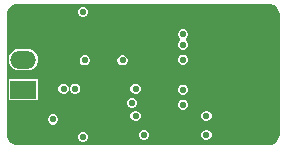
<source format=gbr>
%TF.GenerationSoftware,Altium Limited,Altium Designer,23.5.1 (21)*%
G04 Layer_Physical_Order=2*
G04 Layer_Color=11511158*
%FSLAX45Y45*%
%MOMM*%
%TF.SameCoordinates,DD9E7470-14DF-4C20-BCD2-90D554482088*%
%TF.FilePolarity,Positive*%
%TF.FileFunction,Copper,L2,Inr,Signal*%
%TF.Part,Single*%
G01*
G75*
%TA.AperFunction,ComponentPad*%
%ADD27R,2.20000X1.50000*%
%ADD28O,2.20000X1.50000*%
%TA.AperFunction,ViaPad*%
%ADD29C,0.56000*%
G36*
X1460169Y596157D02*
X1478367Y588619D01*
X1494746Y577675D01*
X1508675Y563746D01*
X1519618Y547368D01*
X1527157Y529169D01*
X1531000Y509849D01*
Y500000D01*
Y-500000D01*
Y-509849D01*
X1527157Y-529169D01*
X1519618Y-547368D01*
X1508675Y-563746D01*
X1494746Y-577675D01*
X1478367Y-588619D01*
X1460169Y-596157D01*
X1440849Y-600000D01*
X-689849D01*
X-709169Y-596157D01*
X-727368Y-588619D01*
X-743746Y-577675D01*
X-757675Y-563746D01*
X-768619Y-547368D01*
X-776157Y-529169D01*
X-780000Y-509849D01*
Y-500000D01*
Y500000D01*
X-780000Y509849D01*
X-776157Y529169D01*
X-768619Y547368D01*
X-757675Y563746D01*
X-743747Y577675D01*
X-727368Y588619D01*
X-709169Y596157D01*
X-689850Y600000D01*
X1440849D01*
X1460169Y596157D01*
D02*
G37*
%LPC*%
G36*
X-124935Y573019D02*
X-142041D01*
X-157846Y566472D01*
X-169941Y554376D01*
X-176488Y538572D01*
Y521466D01*
X-169941Y505661D01*
X-157846Y493565D01*
X-142041Y487019D01*
X-124935D01*
X-109130Y493565D01*
X-97034Y505661D01*
X-90488Y521466D01*
Y538572D01*
X-97034Y554376D01*
X-109130Y566472D01*
X-124935Y573019D01*
D02*
G37*
G36*
X718553Y383000D02*
X701447D01*
X685643Y376454D01*
X673547Y364358D01*
X667000Y348553D01*
Y331447D01*
X673547Y315642D01*
X685642Y303547D01*
X685643Y290453D01*
X673547Y278358D01*
X667000Y262553D01*
Y245447D01*
X673547Y229642D01*
X685643Y217546D01*
X701447Y211000D01*
X718554D01*
X734358Y217546D01*
X746454Y229642D01*
X753000Y245447D01*
Y262553D01*
X746454Y278358D01*
X734358Y290453D01*
X734358Y303547D01*
X746454Y315642D01*
X753000Y331447D01*
Y348553D01*
X746454Y364358D01*
X734358Y376454D01*
X718553Y383000D01*
D02*
G37*
G36*
Y170000D02*
X701447D01*
X685643Y163454D01*
X673547Y151358D01*
X667000Y135553D01*
Y118447D01*
X673547Y102642D01*
X685643Y90546D01*
X701447Y84000D01*
X718553D01*
X734358Y90546D01*
X746454Y102642D01*
X753000Y118447D01*
Y135553D01*
X746454Y151358D01*
X734358Y163454D01*
X718553Y170000D01*
D02*
G37*
G36*
X-111447Y163000D02*
X-128553D01*
X-144358Y156454D01*
X-156454Y144358D01*
X-163000Y128553D01*
Y111447D01*
X-156454Y95642D01*
X-144358Y83546D01*
X-128553Y77000D01*
X-111447D01*
X-95642Y83546D01*
X-83546Y95642D01*
X-77000Y111447D01*
Y128553D01*
X-83546Y144358D01*
X-95642Y156454D01*
X-111447Y163000D01*
D02*
G37*
G36*
X208535Y162988D02*
X191428D01*
X175624Y156441D01*
X163528Y144345D01*
X156981Y128541D01*
Y111435D01*
X163528Y95630D01*
X175624Y83534D01*
X191428Y76988D01*
X208535D01*
X224339Y83534D01*
X236435Y95630D01*
X242981Y111435D01*
Y128541D01*
X236435Y144345D01*
X224339Y156441D01*
X208535Y162988D01*
D02*
G37*
G36*
X-605000Y217776D02*
X-675000D01*
X-698495Y214683D01*
X-720388Y205615D01*
X-739189Y191189D01*
X-753615Y172388D01*
X-762683Y150495D01*
X-765776Y127000D01*
X-762683Y103505D01*
X-753615Y81612D01*
X-739189Y62811D01*
X-720388Y48385D01*
X-698495Y39317D01*
X-675000Y36224D01*
X-605000D01*
X-581505Y39317D01*
X-559612Y48385D01*
X-540811Y62811D01*
X-526385Y81612D01*
X-517317Y103505D01*
X-514224Y127000D01*
X-517317Y150495D01*
X-526385Y172388D01*
X-540811Y191189D01*
X-559612Y205615D01*
X-581505Y214683D01*
X-605000Y217776D01*
D02*
G37*
G36*
X-291437Y-76990D02*
X-308544D01*
X-324348Y-83537D01*
X-336444Y-95633D01*
X-342990Y-111437D01*
Y-128544D01*
X-336444Y-144348D01*
X-324348Y-156444D01*
X-308544Y-162990D01*
X-291437D01*
X-275633Y-156444D01*
X-263537Y-144348D01*
X-256991Y-128544D01*
Y-111437D01*
X-263537Y-95633D01*
X-275633Y-83537D01*
X-291437Y-76990D01*
D02*
G37*
G36*
X318553Y-77000D02*
X301447D01*
X285642Y-83546D01*
X273546Y-95642D01*
X267000Y-111447D01*
Y-128553D01*
X273546Y-144357D01*
X285642Y-156453D01*
X301447Y-163000D01*
X318553D01*
X334357Y-156453D01*
X346453Y-144357D01*
X353000Y-128553D01*
Y-111447D01*
X346453Y-95642D01*
X334357Y-83546D01*
X318553Y-77000D01*
D02*
G37*
G36*
X-191447Y-77000D02*
X-208553D01*
X-224357Y-83546D01*
X-236453Y-95642D01*
X-243000Y-111447D01*
Y-128553D01*
X-236453Y-144358D01*
X-224357Y-156454D01*
X-208553Y-163000D01*
X-191447D01*
X-175642Y-156454D01*
X-163546Y-144358D01*
X-157000Y-128553D01*
Y-111447D01*
X-163546Y-95642D01*
X-175642Y-83546D01*
X-191447Y-77000D01*
D02*
G37*
G36*
X718553Y-84000D02*
X701446D01*
X685642Y-90546D01*
X673546Y-102642D01*
X667000Y-118447D01*
Y-135553D01*
X673546Y-151358D01*
X685642Y-163454D01*
X701446Y-170000D01*
X718553D01*
X734357Y-163454D01*
X746453Y-151358D01*
X753000Y-135553D01*
Y-118447D01*
X746453Y-102642D01*
X734357Y-90546D01*
X718553Y-84000D01*
D02*
G37*
G36*
X-515000Y-37000D02*
X-765000D01*
Y-217000D01*
X-515000D01*
Y-37000D01*
D02*
G37*
G36*
X288553Y-197000D02*
X271447D01*
X255642Y-203546D01*
X243546Y-215642D01*
X237000Y-231447D01*
Y-248553D01*
X243546Y-264358D01*
X255642Y-276454D01*
X271447Y-283000D01*
X288553D01*
X304358Y-276454D01*
X316454Y-264358D01*
X323000Y-248553D01*
Y-231447D01*
X316454Y-215642D01*
X304358Y-203546D01*
X288553Y-197000D01*
D02*
G37*
G36*
X718553Y-211000D02*
X701446D01*
X685642Y-217546D01*
X673546Y-229642D01*
X666999Y-245447D01*
Y-262553D01*
X673546Y-278358D01*
X685642Y-290454D01*
X701446Y-297000D01*
X718553D01*
X734357Y-290454D01*
X746453Y-278358D01*
X752999Y-262553D01*
Y-245447D01*
X746453Y-229642D01*
X734357Y-217546D01*
X718553Y-211000D01*
D02*
G37*
G36*
X918544Y-306990D02*
X901438D01*
X885633Y-313537D01*
X873537Y-325633D01*
X866991Y-341437D01*
Y-358544D01*
X873537Y-374348D01*
X885633Y-386444D01*
X901438Y-392990D01*
X918544D01*
X934348Y-386444D01*
X946444Y-374348D01*
X952991Y-358544D01*
Y-341437D01*
X946444Y-325633D01*
X934348Y-313537D01*
X918544Y-306990D01*
D02*
G37*
G36*
X318553Y-307000D02*
X301447D01*
X285642Y-313546D01*
X273546Y-325642D01*
X267000Y-341447D01*
Y-358553D01*
X273546Y-374358D01*
X285642Y-386454D01*
X301447Y-393000D01*
X318553D01*
X334357Y-386454D01*
X346453Y-374358D01*
X353000Y-358553D01*
Y-341447D01*
X346453Y-325642D01*
X334357Y-313546D01*
X318553Y-307000D01*
D02*
G37*
G36*
X-381456Y-336990D02*
X-398563D01*
X-414367Y-343537D01*
X-426463Y-355633D01*
X-433009Y-371437D01*
Y-388544D01*
X-426463Y-404348D01*
X-414367Y-416444D01*
X-398563Y-422990D01*
X-381456D01*
X-365652Y-416444D01*
X-353556Y-404348D01*
X-347009Y-388544D01*
Y-371437D01*
X-353556Y-355633D01*
X-365652Y-343537D01*
X-381456Y-336990D01*
D02*
G37*
G36*
X918544Y-466991D02*
X901438D01*
X885633Y-473537D01*
X873537Y-485633D01*
X866991Y-501437D01*
Y-518544D01*
X873537Y-534348D01*
X885633Y-546444D01*
X901438Y-552991D01*
X918544D01*
X934348Y-546444D01*
X946444Y-534348D01*
X952991Y-518544D01*
Y-501437D01*
X946444Y-485633D01*
X934348Y-473537D01*
X918544Y-466991D01*
D02*
G37*
G36*
X388553Y-467000D02*
X371447D01*
X355642Y-473546D01*
X343546Y-485642D01*
X337000Y-501447D01*
Y-518553D01*
X343546Y-534358D01*
X355642Y-546454D01*
X371447Y-553000D01*
X388553D01*
X404358Y-546454D01*
X416454Y-534358D01*
X423000Y-518553D01*
Y-501447D01*
X416454Y-485642D01*
X404358Y-473546D01*
X388553Y-467000D01*
D02*
G37*
G36*
X-124947Y-487000D02*
X-142053D01*
X-157858Y-493546D01*
X-169954Y-505642D01*
X-176500Y-521447D01*
Y-538553D01*
X-169954Y-554358D01*
X-157858Y-566454D01*
X-142053Y-573000D01*
X-124947D01*
X-109143Y-566454D01*
X-97047Y-554358D01*
X-90500Y-538553D01*
Y-521447D01*
X-97047Y-505642D01*
X-109143Y-493546D01*
X-124947Y-487000D01*
D02*
G37*
%LPD*%
D27*
X-640000Y-127000D02*
D03*
D28*
Y127000D02*
D03*
D29*
X-120000Y120000D02*
D03*
X710000Y340000D02*
D03*
X-133488Y530019D02*
D03*
X1200000Y-150000D02*
D03*
X1300000D02*
D03*
X1400000D02*
D03*
Y150000D02*
D03*
X1300000D02*
D03*
X1200000D02*
D03*
X709999Y-254000D02*
D03*
X710000Y-127000D02*
D03*
X710000Y254000D02*
D03*
X710000Y127000D02*
D03*
X310000Y-350000D02*
D03*
X380000Y-510000D02*
D03*
X280000Y-240000D02*
D03*
X310000Y-120000D02*
D03*
X-390009Y-379990D02*
D03*
X200000Y-120000D02*
D03*
X909991Y-349990D02*
D03*
Y-509991D02*
D03*
X106500Y530019D02*
D03*
Y420019D02*
D03*
X106488Y-420000D02*
D03*
X-133500Y-530000D02*
D03*
X-299991Y-119990D02*
D03*
X-200000Y-120000D02*
D03*
X-200019Y119988D02*
D03*
X199981D02*
D03*
X260000Y-530000D02*
D03*
X106488Y-530000D02*
D03*
%TF.MD5,e3d836bdd3c1d09c37510c645ca4242b*%
M02*

</source>
